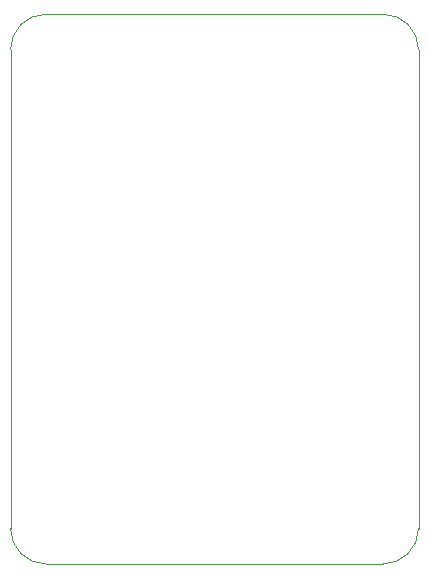
<source format=gbr>
%TF.GenerationSoftware,KiCad,Pcbnew,8.0.8*%
%TF.CreationDate,2025-04-02T15:42:23+05:30*%
%TF.ProjectId,STHDAQ_B1,53544844-4151-45f4-9231-2e6b69636164,rev?*%
%TF.SameCoordinates,Original*%
%TF.FileFunction,Profile,NP*%
%FSLAX46Y46*%
G04 Gerber Fmt 4.6, Leading zero omitted, Abs format (unit mm)*
G04 Created by KiCad (PCBNEW 8.0.8) date 2025-04-02 15:42:23*
%MOMM*%
%LPD*%
G01*
G04 APERTURE LIST*
%TA.AperFunction,Profile*%
%ADD10C,0.050000*%
%TD*%
G04 APERTURE END LIST*
D10*
X169212000Y-51356000D02*
G75*
G02*
X172212000Y-54356000I0J-3000000D01*
G01*
X169212000Y-97906680D02*
X140668000Y-97906680D01*
X140668000Y-97906680D02*
G75*
G02*
X137668000Y-94906680I0J3000000D01*
G01*
X172212000Y-54356000D02*
X172212000Y-94906680D01*
X172212000Y-94906680D02*
G75*
G02*
X169212000Y-97906680I-3000000J0D01*
G01*
X137668000Y-94906680D02*
X137668000Y-54356000D01*
X140668000Y-51356000D02*
X169212000Y-51356000D01*
X137668000Y-54356000D02*
G75*
G02*
X140668000Y-51356000I3000000J0D01*
G01*
M02*

</source>
